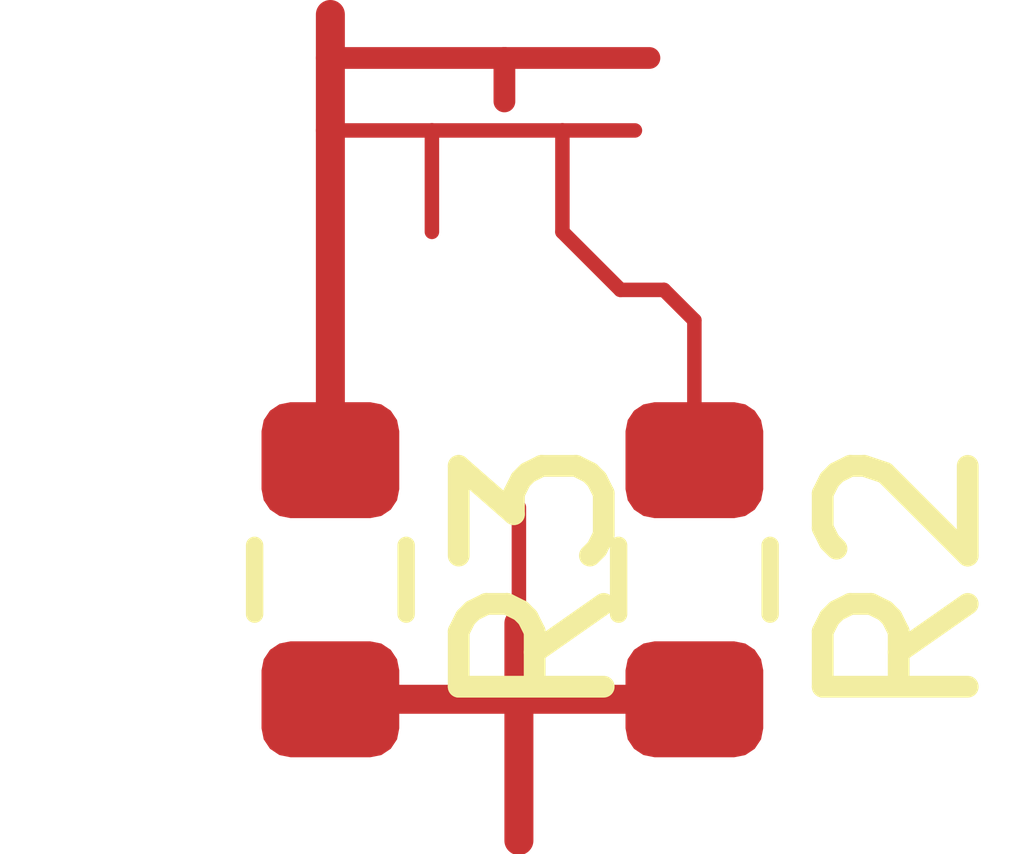
<source format=kicad_pcb>
(kicad_pcb (version 20240108) (generator "pcbnew") (generator_version "8.0")
  (layers (0 "F.Cu" signal) (31 "B.Cu" signal) (34 "B.Paste" user) (35 "F.Paste" user) (36 "B.SilkS" user "B.Silkscreen") (37 "F.SilkS" user "F.Silkscreen") (38 "B.Mask" user) (39 "F.Mask" user) (44 "Edge.Cuts" user))
  (net 0 "")
  (net 1 "GND")
  (net 2 "Net-(R2-Pad1)")
  (footprint "Resistor_SMD:R_0603_1608Metric" (layer "F.Cu") (at 129 102.2 -90)
    (property "Reference" "R3" (at 0 -1.43 90) (layer "F.SilkS"))
    (property "Value" "R")
    (fp_line (start -0.237258 0.5225) (end 0.237258 0.5225) (stroke (width 0.12)) (layer "F.SilkS"))
    (fp_line (start -0.237258 -0.5225) (end 0.237258 -0.5225) (stroke (width 0.12)) (layer "F.SilkS"))
    (pad "1" smd roundrect (at -0.825 0 270) (size 0.8 0.95) (layers "F.Cu" "F.Paste" "F.Mask") (net 2 "Net-(R2-Pad1)"))
    (pad "2" smd roundrect (at 0.825 0 270) (size 0.8 0.95) (layers "F.Cu" "F.Paste" "F.Mask") (net 1 "GND"))
  )
  (footprint "Resistor_SMD:R_0603_1608Metric" (layer "F.Cu") (at 131.51 102.2 -90)
    (property "Reference" "R2" (at 0 -1.43 90) (layer "F.SilkS"))
    (property "Value" "R")
    (fp_line (start -0.237258 0.5225) (end 0.237258 0.5225) (stroke (width 0.12)) (layer "F.SilkS"))
    (fp_line (start -0.237258 -0.5225) (end 0.237258 -0.5225) (stroke (width 0.12)) (layer "F.SilkS"))
    (pad "1" smd roundrect (at -0.825 0 270) (size 0.8 0.95) (layers "F.Cu" "F.Paste" "F.Mask") (net 2 "Net-(R2-Pad1)"))
    (pad "2" smd roundrect (at 0.825 0 270) (size 0.8 0.95) (layers "F.Cu" "F.Paste" "F.Mask") (net 1 "GND"))
  )
  (segment (start 130.3 103.025) (end 131.51 103.025) (width 0.2) (layer "F.Cu") (net 1))
  (segment (start 129 103.025) (end 130.3 103.025) (width 0.2) (layer "F.Cu") (net 1))
  (segment (start 130.3 102.5) (end 130.3 101.7) (width 0.1) (layer "F.Cu") (net 1))
  (segment (start 130.3 103.025) (end 130.3 102.5) (width 0.2) (layer "F.Cu") (net 1))
  (segment (start 130.3 103.025) (end 130.3 104) (width 0.2) (layer "F.Cu") (net 1))
  (segment (start 130.2 98.6) (end 131.2 98.6) (width 0.15) (layer "F.Cu") (net 2))
  (segment (start 131 100.2) (end 131.3 100.2) (width 0.1) (layer "F.Cu") (net 2))
  (segment (start 131.3 100.2) (end 131.51 100.41) (width 0.1) (layer "F.Cu") (net 2))
  (segment (start 131.51 100.41) (end 131.51 101.375) (width 0.1) (layer "F.Cu") (net 2))
  (segment (start 130.2 98.6) (end 130.2 98.9) (width 0.15) (layer "F.Cu") (net 2))
  (segment (start 129 101.375) (end 129 99.1) (width 0.2) (layer "F.Cu") (net 2))
  (segment (start 130.6 99.1) (end 130.6 99.8) (width 0.1) (layer "F.Cu") (net 2))
  (segment (start 129.7 99.1) (end 129.7 99.8) (width 0.1) (layer "F.Cu") (net 2))
  (segment (start 130.6 99.1) (end 131.1 99.1) (width 0.1) (layer "F.Cu") (net 2))
  (segment (start 129.7 99.1) (end 130.6 99.1) (width 0.1) (layer "F.Cu") (net 2))
  (segment (start 129 99.1) (end 129 98.6) (width 0.2) (layer "F.Cu") (net 2))
  (segment (start 130.6 99.8) (end 131 100.2) (width 0.1) (layer "F.Cu") (net 2))
  (segment (start 129 98.6) (end 129 98.3) (width 0.2) (layer "F.Cu") (net 2))
  (segment (start 129 98.6) (end 130.2 98.6) (width 0.15) (layer "F.Cu") (net 2))
  (segment (start 129 99.1) (end 129.7 99.1) (width 0.1) (layer "F.Cu") (net 2))
)
</source>
